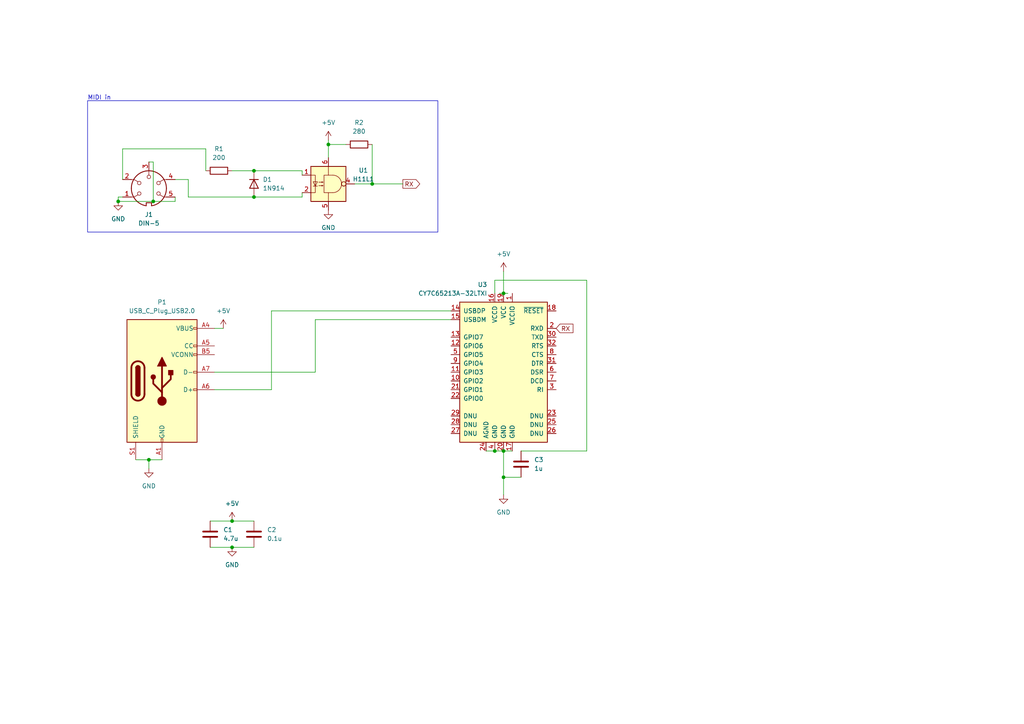
<source format=kicad_sch>
(kicad_sch (version 20230121) (generator eeschema)
  (paper "A4")
  (lib_symbols
    (symbol "Connector:DIN-5" (pin_names (offset 1.016))
      (property "Reference" "J" (at 3.175 5.715 0))
      (property "Value" "DIN-5" (at 0 -6.35 0))
      (symbol "DIN-5_0_1"
        (arc (start -5.08 0) (mid -3.8609 -3.3364) (end -0.762 -5.08) (stroke (width 0.254)))
        (circle (center -2.794 -1.524) (radius 0.508))
        (circle (center -2.794 1.524) (radius 0.508))
        (polyline (pts (xy 0 5.08) (xy 0 3.81)))
        (polyline (pts (xy -5.08 -2.54) (xy -4.318 -2.54) (xy -3.175 -1.905)))
        (polyline (pts (xy -5.08 2.54) (xy -4.318 2.54) (xy -3.175 1.905)))
        (polyline (pts (xy 5.08 -2.54) (xy 4.318 -2.54) (xy 3.175 -1.905)))
        (polyline (pts (xy 5.08 2.54) (xy 4.318 2.54) (xy 3.175 1.905)))
        (polyline (pts (xy -0.762 -4.953) (xy -0.762 -4.191) (xy 0.762 -4.191) (xy 0.762 -4.953)) (stroke (width 0.254)))
        (circle (center 0 3.302) (radius 0.508))
        (arc (start 0.762 -5.08) (mid 3.8685 -3.343) (end 5.08 0) (stroke (width 0.254)))
        (circle (center 2.794 -1.524) (radius 0.508))
        (circle (center 2.794 1.524) (radius 0.508))
        (arc (start 5.08 0) (mid 0 5.0579) (end -5.08 0) (stroke (width 0.254)))
      )
      (symbol "DIN-5_1_1"
        (pin passive line (at -7.62 -2.54 0) (length 2.54) (name "~") (number "1"))
        (pin passive line (at -7.62 2.54 0) (length 2.54) (name "~") (number "2"))
        (pin passive line (at 0 7.62 270) (length 2.54) (name "~") (number "3"))
        (pin passive line (at 7.62 2.54 180) (length 2.54) (name "~") (number "4"))
        (pin passive line (at 7.62 -2.54 180) (length 2.54) (name "~") (number "5"))
      )
    )
    (symbol "Connector:USB_C_Plug_USB2.0" (pin_names (offset 1.016))
      (property "Reference" "P" (at -10.16 19.05 0))
      (property "Value" "USB_C_Plug_USB2.0" (at 12.7 19.05 0))
      (symbol "USB_C_Plug_USB2.0_0_0"
        (rectangle (start -0.254 -17.78) (end 0.254 -16.764))
        (rectangle (start 10.16 -2.286) (end 9.144 -2.794))
        (rectangle (start 10.16 2.794) (end 9.144 2.286))
        (rectangle (start 10.16 7.874) (end 9.144 7.366))
        (rectangle (start 10.16 10.414) (end 9.144 9.906))
        (rectangle (start 10.16 15.494) (end 9.144 14.986))
      )
      (symbol "USB_C_Plug_USB2.0_0_1"
        (rectangle (start -10.16 17.78) (end 10.16 -17.78) (stroke (width 0.254)) (fill (type background)))
        (arc (start -8.89 -3.81) (mid -6.985 -5.7067) (end -5.08 -3.81) (stroke (width 0.508)))
        (arc (start -7.62 -3.81) (mid -6.985 -4.4423) (end -6.35 -3.81) (stroke (width 0.254)))
        (arc (start -7.62 -3.81) (mid -6.985 -4.4423) (end -6.35 -3.81) (stroke (width 0.254)) (fill (type outline)))
        (rectangle (start -7.62 -3.81) (end -6.35 3.81) (stroke (width 0.254)) (fill (type outline)))
        (arc (start -6.35 3.81) (mid -6.985 4.4423) (end -7.62 3.81) (stroke (width 0.254)))
        (arc (start -6.35 3.81) (mid -6.985 4.4423) (end -7.62 3.81) (stroke (width 0.254)) (fill (type outline)))
        (arc (start -5.08 3.81) (mid -6.985 5.7067) (end -8.89 3.81) (stroke (width 0.508)))
        (circle (center -2.54 1.143) (radius 0.635) (stroke (width 0.254)) (fill (type outline)))
        (circle (center 0 -5.842) (radius 1.27) (fill (type outline)))
        (polyline (pts (xy -8.89 -3.81) (xy -8.89 3.81)) (stroke (width 0.508)))
        (polyline (pts (xy -5.08 3.81) (xy -5.08 -3.81)) (stroke (width 0.508)))
        (polyline (pts (xy 0 -5.842) (xy 0 4.318)) (stroke (width 0.508)))
        (polyline (pts (xy 0 -3.302) (xy -2.54 -0.762) (xy -2.54 0.508)) (stroke (width 0.508)))
        (polyline (pts (xy 0 -2.032) (xy 2.54 0.508) (xy 2.54 1.778)) (stroke (width 0.508)))
        (polyline (pts (xy -1.27 4.318) (xy 0 6.858) (xy 1.27 4.318) (xy -1.27 4.318)) (stroke (width 0.254)) (fill (type outline)))
        (rectangle (start 1.905 1.778) (end 3.175 3.048) (stroke (width 0.254)) (fill (type outline)))
      )
      (symbol "USB_C_Plug_USB2.0_1_1"
        (pin passive line (at 0 -22.86 90) (length 5.08) (name "GND") (number "A1"))
        (pin passive line (at 0 -22.86 90) (length 5.08) hide (name "GND") (number "A12"))
        (pin passive line (at 15.24 15.24 180) (length 5.08) (name "VBUS") (number "A4"))
        (pin bidirectional line (at 15.24 10.16 180) (length 5.08) (name "CC") (number "A5"))
        (pin bidirectional line (at 15.24 -2.54 180) (length 5.08) (name "D+") (number "A6"))
        (pin bidirectional line (at 15.24 2.54 180) (length 5.08) (name "D-") (number "A7"))
        (pin passive line (at 15.24 15.24 180) (length 5.08) hide (name "VBUS") (number "A9"))
        (pin passive line (at 0 -22.86 90) (length 5.08) hide (name "GND") (number "B1"))
        (pin passive line (at 0 -22.86 90) (length 5.08) hide (name "GND") (number "B12"))
        (pin passive line (at 15.24 15.24 180) (length 5.08) hide (name "VBUS") (number "B4"))
        (pin bidirectional line (at 15.24 7.62 180) (length 5.08) (name "VCONN") (number "B5"))
        (pin passive line (at 15.24 15.24 180) (length 5.08) hide (name "VBUS") (number "B9"))
        (pin passive line (at -7.62 -22.86 90) (length 5.08) (name "SHIELD") (number "S1"))
      )
    )
    (symbol "Device:C" (pin_numbers hide) (pin_names (offset 0.254))
      (property "Reference" "C" (at 0.635 2.54 0))
      (property "Value" "C" (at 0.635 -2.54 0))
      (symbol "C_0_1"
        (polyline (pts (xy -2.032 -0.762) (xy 2.032 -0.762)) (stroke (width 0.508)))
        (polyline (pts (xy -2.032 0.762) (xy 2.032 0.762)) (stroke (width 0.508)))
      )
      (symbol "C_1_1"
        (pin passive line (at 0 3.81 270) (length 2.794) (name "~") (number "1"))
        (pin passive line (at 0 -3.81 90) (length 2.794) (name "~") (number "2"))
      )
    )
    (symbol "Device:R" (pin_numbers hide) (pin_names (offset 0))
      (property "Reference" "R" (at 2.032 0 90))
      (property "Value" "R" (at 0 0 90))
      (symbol "R_0_1"
        (rectangle (start -1.016 -2.54) (end 1.016 2.54) (stroke (width 0.254)))
      )
      (symbol "R_1_1"
        (pin passive line (at 0 3.81 270) (length 1.27) (name "~") (number "1"))
        (pin passive line (at 0 -3.81 90) (length 1.27) (name "~") (number "2"))
      )
    )
    (symbol "Diode:1N914" (pin_numbers hide) (pin_names hide)
      (property "Reference" "D" (at 0 2.54 0))
      (property "Value" "1N914" (at 0 -2.54 0))
      (symbol "1N914_0_1"
        (polyline (pts (xy -1.27 1.27) (xy -1.27 -1.27)) (stroke (width 0.254)))
        (polyline (pts (xy 1.27 0) (xy -1.27 0)))
        (polyline (pts (xy 1.27 1.27) (xy 1.27 -1.27) (xy -1.27 0) (xy 1.27 1.27)) (stroke (width 0.254)))
      )
      (symbol "1N914_1_1"
        (pin passive line (at -3.81 0 0) (length 2.54) (name "K") (number "1"))
        (pin passive line (at 3.81 0 180) (length 2.54) (name "A") (number "2"))
      )
    )
    (symbol "Interface_USB:CY7C65213A-32LTXI" (pin_names (offset 1.016))
      (property "Reference" "U3" (at 4.7341 22.86 0))
      (property "Value" "CY7C65213A-32LTXI" (at 4.7341 20.32 0))
      (symbol "CY7C65213A-32LTXI_0_1"
        (rectangle (start -12.7 17.78) (end 12.7 -22.86) (stroke (width 0.254)) (fill (type background)))
      )
      (symbol "CY7C65213A-32LTXI_1_1"
        (pin power_in line (at -2.54 20.32 270) (length 2.54) (name "VCCIO") (number "1"))
        (pin tri_state line (at 15.24 -5.08 180) (length 2.54) (name "GPIO2") (number "10"))
        (pin bidirectional line (at 15.24 -2.54 180) (length 2.54) (name "GPIO3") (number "11"))
        (pin tri_state line (at 15.24 5.08 180) (length 2.54) (name "GPIO6") (number "12"))
        (pin tri_state line (at 15.24 7.62 180) (length 2.54) (name "GPIO7") (number "13"))
        (pin bidirectional line (at 15.24 15.24 180) (length 2.54) (name "USBDP") (number "14"))
        (pin bidirectional line (at 15.24 12.7 180) (length 2.54) (name "USBDM") (number "15"))
        (pin passive line (at 2.54 20.32 270) (length 2.54) (name "VCCD") (number "16"))
        (pin power_in line (at -2.54 -25.4 90) (length 2.54) (name "GND") (number "17"))
        (pin bidirectional line (at -15.24 15.24 0) (length 2.54) (name "~{RESET}") (number "18"))
        (pin power_in line (at 0 20.32 270) (length 2.54) (name "VCC") (number "19"))
        (pin input line (at -15.24 10.16 0) (length 2.54) (name "RXD") (number "2"))
        (pin power_in line (at 0 -25.4 90) (length 2.54) (name "GND") (number "20"))
        (pin bidirectional line (at 15.24 -7.62 180) (length 2.54) (name "GPIO1") (number "21"))
        (pin bidirectional line (at 15.24 -10.16 180) (length 2.54) (name "GPIO0") (number "22"))
        (pin passive line (at -15.24 -15.24 0) (length 2.54) (name "DNU") (number "23"))
        (pin power_in line (at 5.08 -25.4 90) (length 2.54) (name "AGND") (number "24"))
        (pin passive line (at -15.24 -17.78 0) (length 2.54) (name "DNU") (number "25"))
        (pin passive line (at -15.24 -20.32 0) (length 2.54) (name "DNU") (number "26"))
        (pin passive line (at 15.24 -20.32 180) (length 2.54) (name "DNU") (number "27"))
        (pin passive line (at 15.24 -17.78 180) (length 2.54) (name "DNU") (number "28"))
        (pin passive line (at 15.24 -15.24 180) (length 2.54) (name "DNU") (number "29"))
        (pin input line (at -15.24 -7.62 0) (length 2.54) (name "RI") (number "3"))
        (pin output line (at -15.24 7.62 0) (length 2.54) (name "TXD") (number "30"))
        (pin output line (at -15.24 0 0) (length 2.54) (name "DTR") (number "31"))
        (pin output line (at -15.24 5.08 0) (length 2.54) (name "RTS") (number "32"))
        (pin power_in line (at -12.7 -12.7 0) (length 2.54) hide (name "GND") (number "33"))
        (pin power_in line (at 2.54 -25.4 90) (length 2.54) (name "GND") (number "4"))
        (pin tri_state line (at 15.24 2.54 180) (length 2.54) (name "GPIO5") (number "5"))
        (pin input line (at -15.24 -2.54 0) (length 2.54) (name "DSR") (number "6"))
        (pin input line (at -15.24 -5.08 0) (length 2.54) (name "DCD") (number "7"))
        (pin input line (at -15.24 2.54 0) (length 2.54) (name "CTS") (number "8"))
        (pin bidirectional line (at 15.24 0 180) (length 2.54) (name "GPIO4") (number "9"))
      )
    )
    (symbol "Isolator:H11L1" (pin_names (offset 1.016))
      (property "Reference" "U" (at 1.27 8.89 0))
      (property "Value" "H11L1" (at 1.27 6.35 0))
      (symbol "H11L1_0_1"
        (rectangle (start -5.08 5.08) (end 5.08 -5.08) (stroke (width 0.254)) (fill (type background)))
        (polyline (pts (xy -4.445 -0.635) (xy -3.175 -0.635)))
        (polyline (pts (xy 0 2.54) (xy 0 5.08)))
        (polyline (pts (xy 0 -2.54) (xy 0 -5.08) (xy 0 -3.81)))
        (polyline (pts (xy -5.08 -2.54) (xy -3.81 -2.54) (xy -3.81 2.54) (xy -5.08 2.54)))
        (polyline (pts (xy -3.81 -0.635) (xy -4.445 0.635) (xy -3.175 0.635) (xy -3.81 -0.635)))
        (polyline (pts (xy 1.27 -2.54) (xy -1.27 -2.54) (xy -1.27 2.54) (xy 1.27 2.54)))
        (polyline (pts (xy -2.794 -0.508) (xy -1.524 -0.508) (xy -1.905 -0.635) (xy -1.905 -0.381) (xy -1.524 -0.508)))
        (polyline (pts (xy -2.794 0.508) (xy -1.524 0.508) (xy -1.905 0.381) (xy -1.905 0.635) (xy -1.524 0.508)))
        (arc (start 1.27 -2.54) (mid 3.799 0) (end 1.27 2.54))
      )
      (symbol "H11L1_1_1"
        (pin passive line (at -7.62 2.54 0) (length 2.54) (name "~") (number "1"))
        (pin passive line (at -7.62 -2.54 0) (length 2.54) (name "~") (number "2"))
        (pin no_connect line (at -5.08 0 0) (length 2.54) hide (name "~") (number "3"))
        (pin output inverted (at 7.62 0 180) (length 3.81) (name "~") (number "4"))
        (pin power_in line (at 0 -7.62 90) (length 2.54) (name "~") (number "5"))
        (pin power_in line (at 0 7.62 270) (length 2.54) (name "~") (number "6"))
      )
    )
    (symbol "power:+5V" (power) (pin_names (offset 0))
      (property "Value" "+5V" (at 0 3.556 0))
      (symbol "+5V_0_1"
        (polyline (pts (xy -0.762 1.27) (xy 0 2.54)))
        (polyline (pts (xy 0 0) (xy 0 2.54)))
        (polyline (pts (xy 0 2.54) (xy 0.762 1.27)))
      )
      (symbol "+5V_1_1"
        (pin power_in line (at 0 0 90) (length 0) hide (name "+5V") (number "1"))
      )
    )
    (symbol "power:GND" (power) (pin_names (offset 0))
      (property "Value" "GND" (at 0 -3.81 0))
      (symbol "GND_0_1"
        (polyline (pts (xy 0 0) (xy 0 -1.27) (xy 1.27 -1.27) (xy 0 -2.54) (xy -1.27 -1.27) (xy 0 -1.27)))
      )
      (symbol "GND_1_1"
        (pin power_in line (at 0 0 270) (length 0) hide (name "GND") (number "1"))
      )
    )
  )
  (junction (at 146.05 130.81))
  (junction (at 73.66 49.53))
  (junction (at 146.05 138.43))
  (junction (at 43.18 133.35))
  (junction (at 95.25 41.91))
  (junction (at 44.45 58.42))
  (junction (at 146.05 85.09))
  (junction (at 67.31 158.75))
  (junction (at 143.51 130.81))
  (junction (at 34.29 58.42))
  (junction (at 67.31 151.13))
  (junction (at 107.95 53.34))
  (junction (at 73.66 57.15))
  (wire (pts (xy 143.51 85.09) (xy 143.51 81.28)))
  (wire (pts (xy 91.44 92.71) (xy 130.81 92.71)))
  (wire (pts (xy 78.74 113.03) (xy 78.74 90.17)))
  (wire (pts (xy 54.61 57.15) (xy 73.66 57.15)))
  (wire (pts (xy 60.96 158.75) (xy 67.31 158.75)))
  (wire (pts (xy 146.05 78.74) (xy 146.05 85.09)))
  (wire (pts (xy 95.25 40.64) (xy 95.25 41.91)))
  (wire (pts (xy 59.69 43.18) (xy 59.69 49.53)))
  (wire (pts (xy 143.51 81.28) (xy 170.18 81.28)))
  (wire (pts (xy 146.05 138.43) (xy 146.05 143.51)))
  (wire (pts (xy 143.51 130.81) (xy 146.05 130.81)))
  (wire (pts (xy 170.18 130.81) (xy 151.13 130.81)))
  (wire (pts (xy 50.8 52.07) (xy 54.61 52.07)))
  (wire (pts (xy 62.23 113.03) (xy 78.74 113.03)))
  (wire (pts (xy 146.05 130.81) (xy 146.05 138.43)))
  (wire (pts (xy 170.18 81.28) (xy 170.18 130.81)))
  (wire (pts (xy 146.05 138.43) (xy 151.13 138.43)))
  (wire (pts (xy 67.31 49.53) (xy 73.66 49.53)))
  (wire (pts (xy 64.77 95.25) (xy 62.23 95.25)))
  (wire (pts (xy 44.45 58.42) (xy 50.8 58.42)))
  (wire (pts (xy 73.66 49.53) (xy 87.63 49.53)))
  (wire (pts (xy 95.25 41.91) (xy 100.33 41.91)))
  (wire (pts (xy 62.23 107.95) (xy 91.44 107.95)))
  (wire (pts (xy 44.45 46.99) (xy 44.45 58.42)))
  (wire (pts (xy 73.66 57.15) (xy 87.63 57.15)))
  (wire (pts (xy 39.37 133.35) (xy 43.18 133.35)))
  (wire (pts (xy 107.95 53.34) (xy 116.84 53.34)))
  (wire (pts (xy 140.97 130.81) (xy 143.51 130.81)))
  (wire (pts (xy 146.05 130.81) (xy 148.59 130.81)))
  (wire (pts (xy 102.87 53.34) (xy 107.95 53.34)))
  (wire (pts (xy 34.29 58.42) (xy 44.45 58.42)))
  (wire (pts (xy 91.44 107.95) (xy 91.44 92.71)))
  (wire (pts (xy 67.31 158.75) (xy 73.66 158.75)))
  (wire (pts (xy 35.56 57.15) (xy 34.29 57.15)))
  (wire (pts (xy 146.05 85.09) (xy 147.32 85.09)))
  (wire (pts (xy 50.8 57.15) (xy 50.8 58.42)))
  (wire (pts (xy 43.18 133.35) (xy 43.18 135.89)))
  (wire (pts (xy 44.45 46.99) (xy 43.18 46.99)))
  (wire (pts (xy 34.29 57.15) (xy 34.29 58.42)))
  (wire (pts (xy 87.63 49.53) (xy 87.63 50.8)))
  (wire (pts (xy 35.56 43.18) (xy 35.56 52.07)))
  (wire (pts (xy 54.61 52.07) (xy 54.61 57.15)))
  (wire (pts (xy 107.95 41.91) (xy 107.95 53.34)))
  (wire (pts (xy 144.78 85.09) (xy 146.05 85.09)))
  (wire (pts (xy 78.74 90.17) (xy 130.81 90.17)))
  (wire (pts (xy 87.63 57.15) (xy 87.63 55.88)))
  (wire (pts (xy 67.31 151.13) (xy 73.66 151.13)))
  (wire (pts (xy 60.96 151.13) (xy 67.31 151.13)))
  (wire (pts (xy 95.25 41.91) (xy 95.25 45.72)))
  (wire (pts (xy 59.69 43.18) (xy 35.56 43.18)))
  (wire (pts (xy 43.18 133.35) (xy 46.99 133.35)))
  (rectangle (start 25.4 29.21) (end 127 67.31))
  (text "MIDI in" (at 25.4 29.21 0) (effects (font (size 1.27 1.27)) (justify left bottom)))
  (global_label "RX" (shape input) (at 161.29 95.25 0) (property "Intersheetrefs" "${INTERSHEET_REFS}" (effects hide)))
  (global_label "RX" (shape output) (at 116.84 53.34 0) (property "Intersheetrefs" "${INTERSHEET_REFS}" (effects hide)))
  (symbol (lib_id "power:+5V") (at 64.77 95.25 0) (unit 1)
    (property "Reference" "#PWR06" (effects hide))
    (property "Value" "+5V" (at 64.77 90.17 0))
  )
  (symbol (lib_id "Device:C") (at 151.13 134.62 0) (unit 1)
    (property "Reference" "C3" (at 154.94 133.35 0) (effects (justify left)))
    (property "Value" "1u" (at 154.94 135.89 0) (effects (justify left)))
    (property "Footprint" "Capacitor_SMD:C_1206_3216Metric" (effects hide))
  )
  (symbol (lib_id "power:+5V") (at 146.05 78.74 0) (unit 1)
    (property "Reference" "#PWR04" (effects hide))
    (property "Value" "+5V" (at 146.05 73.66 0))
  )
  (symbol (lib_id "power:+5V") (at 95.25 40.64 0) (unit 1)
    (property "Reference" "#PWR01" (effects hide))
    (property "Value" "+5V" (at 95.25 35.56 0))
  )
  (symbol (lib_id "Diode:1N914") (at 73.66 53.34 270) (unit 1)
    (property "Reference" "D1" (at 76.2 52.07 90) (effects (justify left)))
    (property "Value" "1N914" (at 76.2 54.61 90) (effects (justify left)))
    (property "Footprint" "Diode_THT:D_DO-35_SOD27_P7.62mm_Horizontal" (effects hide))
    (property "Datasheet" "http://www.vishay.com/docs/85622/1n914.pdf" (effects hide))
    (property "Sim.Device" "D" (effects hide))
    (property "Sim.Pins" "1=K 2=A" (effects hide))
  )
  (symbol (lib_id "Device:C") (at 60.96 154.94 0) (unit 1)
    (property "Reference" "C1" (at 64.77 153.67 0) (effects (justify left)))
    (property "Value" "4.7u" (at 64.77 156.21 0) (effects (justify left)))
    (property "Footprint" "Capacitor_SMD:C_1206_3216Metric" (effects hide))
  )
  (symbol (lib_id "power:GND") (at 34.29 58.42 0) (unit 1)
    (property "Reference" "#PWR03" (effects hide))
    (property "Value" "GND" (at 34.29 63.5 0))
  )
  (symbol (lib_id "Connector:DIN-5") (at 43.18 54.61 0) (unit 1)
    (property "Reference" "J1" (at 43.1801 62.23 0))
    (property "Value" "DIN-5" (at 43.1801 64.77 0))
    (property "Footprint" "EuroCad:MIDI_DIN5" (effects hide))
    (property "Datasheet" "http://www.mouser.com/ds/2/18/40_c091_abd_e-75918.pdf" (effects hide))
  )
  (symbol (lib_id "power:GND") (at 95.25 60.96 0) (unit 1)
    (property "Reference" "#PWR02" (effects hide))
    (property "Value" "GND" (at 95.25 66.04 0))
  )
  (symbol (lib_id "Interface_USB:CY7C65213A-32LTXI") (at 146.05 105.41 0) (mirror y) (unit 1)
    (property "Reference" "U3" (at 141.3159 82.55 0) (effects (justify left)))
    (property "Value" "CY7C65213A-32LTXI" (at 141.3159 85.09 0) (effects (justify left)))
    (property "Footprint" "Package_DFN_QFN:QFN-32-1EP_5x5mm_P0.5mm_EP3.45x3.45mm" (effects hide))
    (property "Datasheet" "http://www.cypress.com/file/139881/download" (effects hide))
  )
  (symbol (lib_id "Device:R") (at 104.14 41.91 90) (unit 1)
    (property "Reference" "R2" (at 104.14 35.56 90))
    (property "Value" "280" (at 104.14 38.1 90))
    (property "Footprint" "Resistor_SMD:R_1206_3216Metric" (effects hide))
  )
  (symbol (lib_id "Device:R") (at 63.5 49.53 90) (unit 1)
    (property "Reference" "R1" (at 63.5 43.18 90))
    (property "Value" "200" (at 63.5 45.72 90))
    (property "Footprint" "Resistor_SMD:R_1206_3216Metric" (effects hide))
  )
  (symbol (lib_id "Device:C") (at 73.66 154.94 0) (unit 1)
    (property "Reference" "C2" (at 77.47 153.67 0) (effects (justify left)))
    (property "Value" "0.1u" (at 77.47 156.21 0) (effects (justify left)))
    (property "Footprint" "Capacitor_SMD:C_1206_3216Metric" (effects hide))
  )
  (symbol (lib_id "Isolator:H11L1") (at 95.25 53.34 0) (unit 1)
    (property "Reference" "U1" (at 105.41 49.4031 0))
    (property "Value" "H11L1" (at 105.41 51.9431 0))
    (property "Footprint" "Package_DIP:DIP-6_W7.62mm_Socket_LongPads" (effects hide))
    (property "Datasheet" "https://www.onsemi.com/pub/Collateral/H11L3M-D.PDF" (effects hide))
  )
  (symbol (lib_id "power:GND") (at 146.05 143.51 0) (unit 1)
    (property "Reference" "#PWR05" (effects hide))
    (property "Value" "GND" (at 146.05 148.59 0))
  )
  (symbol (lib_id "power:+5V") (at 67.31 151.13 0) (unit 1)
    (property "Reference" "#PWR012" (effects hide))
    (property "Value" "+5V" (at 67.31 146.05 0))
  )
  (symbol (lib_id "power:GND") (at 43.18 135.89 0) (unit 1)
    (property "Reference" "#PWR07" (effects hide))
    (property "Value" "GND" (at 43.18 140.97 0))
  )
  (symbol (lib_id "power:GND") (at 67.31 158.75 0) (unit 1)
    (property "Reference" "#PWR011" (effects hide))
    (property "Value" "GND" (at 67.31 163.83 0))
  )
  (symbol (lib_id "Connector:USB_C_Plug_USB2.0") (at 46.99 110.49 0) (unit 1)
    (property "Reference" "P1" (at 46.99 87.63 0))
    (property "Value" "USB_C_Plug_USB2.0" (at 46.99 90.17 0))
    (property "Footprint" "Connector_USB:USB_C_Receptacle_GCT_USB4085" (effects hide))
    (property "Datasheet" "https://www.usb.org/sites/default/files/documents/usb_type-c.zip" (effects hide))
  )
)
</source>
